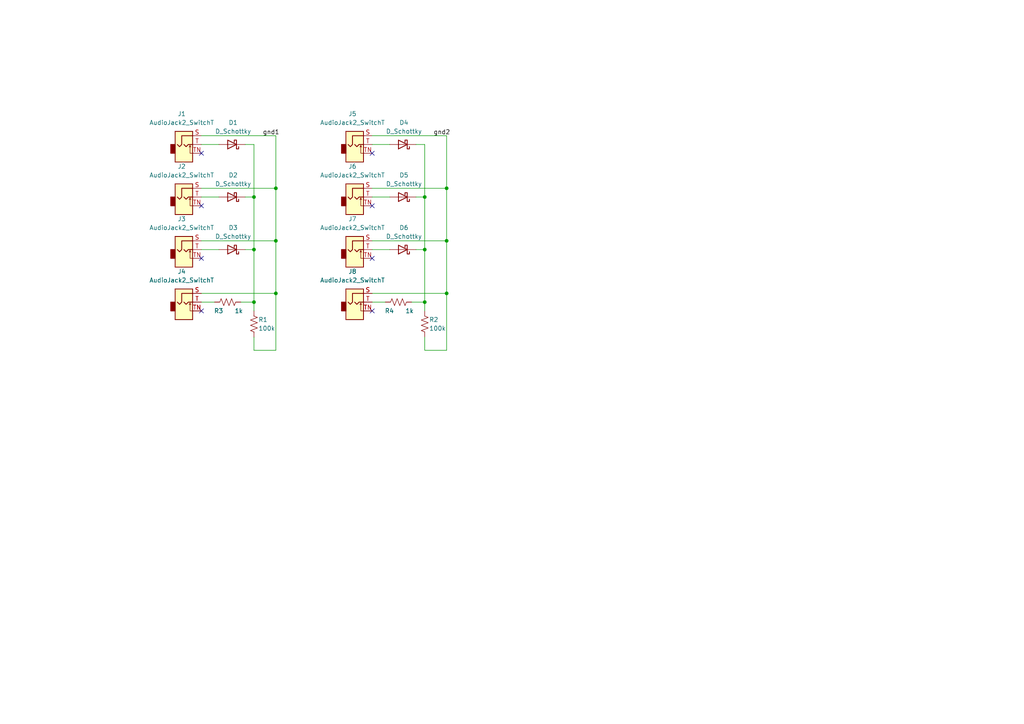
<source format=kicad_sch>
(kicad_sch (version 20211123) (generator eeschema)
  (paper "A4")
  (lib_symbols
    (symbol "Connector:AudioJack2_SwitchT"
      (property "Reference" "J" (at 0 8.89 0))
      (property "Value" "AudioJack2_SwitchT" (at 0 6.35 0))
      (symbol "AudioJack2_SwitchT_0_1"
        (rectangle (start -2.54 0) (end -3.81 -2.54) (stroke (width 0.254)) (fill (type outline)))
        (polyline (pts (xy 1.778 -0.254) (xy 2.032 -0.762)))
        (polyline (pts (xy 0 0) (xy 0.635 -0.635) (xy 1.27 0) (xy 2.54 0)) (stroke (width 0.254)))
        (polyline (pts (xy 2.54 -2.54) (xy 1.778 -2.54) (xy 1.778 -0.254) (xy 1.524 -0.762)))
        (polyline (pts (xy 2.54 2.54) (xy -0.635 2.54) (xy -0.635 0) (xy -1.27 -0.635) (xy -1.905 0)) (stroke (width 0.254)))
        (rectangle (start 2.54 3.81) (end -2.54 -5.08) (stroke (width 0.254)) (fill (type background)))
      )
      (symbol "AudioJack2_SwitchT_1_1"
        (pin passive line (at 5.08 2.54 180) (length 2.54) (name "~") (number "S"))
        (pin passive line (at 5.08 0 180) (length 2.54) (name "~") (number "T"))
        (pin passive line (at 5.08 -2.54 180) (length 2.54) (name "~") (number "TN"))
      )
    )
    (symbol "Device:D_Schottky" (pin_numbers hide) (pin_names (offset 1.016) hide)
      (property "Reference" "D" (at 0 2.54 0))
      (property "Value" "D_Schottky" (at 0 -2.54 0))
      (symbol "D_Schottky_0_1"
        (polyline (pts (xy 1.27 0) (xy -1.27 0)))
        (polyline (pts (xy 1.27 1.27) (xy 1.27 -1.27) (xy -1.27 0) (xy 1.27 1.27)) (stroke (width 0.254)))
        (polyline (pts (xy -1.905 0.635) (xy -1.905 1.27) (xy -1.27 1.27) (xy -1.27 -1.27) (xy -0.635 -1.27) (xy -0.635 -0.635)) (stroke (width 0.254)))
      )
      (symbol "D_Schottky_1_1"
        (pin passive line (at -3.81 0 0) (length 2.54) (name "K") (number "1"))
        (pin passive line (at 3.81 0 180) (length 2.54) (name "A") (number "2"))
      )
    )
    (symbol "Device:R_US" (pin_numbers hide) (pin_names (offset 0))
      (property "Reference" "R" (at 2.54 0 90))
      (property "Value" "R_US" (at -2.54 0 90))
      (symbol "R_US_0_1"
        (polyline (pts (xy 0 -2.286) (xy 0 -2.54)))
        (polyline (pts (xy 0 2.286) (xy 0 2.54)))
        (polyline (pts (xy 0 -0.762) (xy 1.016 -1.143) (xy 0 -1.524) (xy -1.016 -1.905) (xy 0 -2.286)))
        (polyline (pts (xy 0 0.762) (xy 1.016 0.381) (xy 0 0) (xy -1.016 -0.381) (xy 0 -0.762)))
        (polyline (pts (xy 0 2.286) (xy 1.016 1.905) (xy 0 1.524) (xy -1.016 1.143) (xy 0 0.762)))
      )
      (symbol "R_US_1_1"
        (pin passive line (at 0 3.81 270) (length 1.27) (name "~") (number "1"))
        (pin passive line (at 0 -3.81 90) (length 1.27) (name "~") (number "2"))
      )
    )
  )
  (junction (at 73.66 87.63))
  (junction (at 80.01 85.09))
  (junction (at 129.54 54.61))
  (junction (at 80.01 69.85))
  (junction (at 123.19 57.15))
  (junction (at 129.54 69.85))
  (junction (at 73.66 57.15))
  (junction (at 123.19 87.63))
  (junction (at 129.54 85.09))
  (junction (at 123.19 72.39))
  (junction (at 80.01 54.61))
  (junction (at 73.66 72.39))
  (no_connect (at 107.95 74.93))
  (no_connect (at 58.42 59.69))
  (no_connect (at 58.42 74.93))
  (no_connect (at 58.42 44.45))
  (no_connect (at 107.95 59.69))
  (no_connect (at 58.42 90.17))
  (no_connect (at 107.95 44.45))
  (no_connect (at 107.95 90.17))
  (wire (pts (xy 107.95 57.15) (xy 113.03 57.15)))
  (wire (pts (xy 58.42 41.91) (xy 63.5 41.91)))
  (wire (pts (xy 58.42 69.85) (xy 80.01 69.85)))
  (wire (pts (xy 73.66 87.63) (xy 73.66 90.17)))
  (wire (pts (xy 123.19 57.15) (xy 123.19 72.39)))
  (wire (pts (xy 107.95 87.63) (xy 111.76 87.63)))
  (wire (pts (xy 123.19 41.91) (xy 123.19 57.15)))
  (wire (pts (xy 58.42 72.39) (xy 63.5 72.39)))
  (wire (pts (xy 71.12 41.91) (xy 73.66 41.91)))
  (wire (pts (xy 58.42 54.61) (xy 80.01 54.61)))
  (wire (pts (xy 73.66 72.39) (xy 71.12 72.39)))
  (wire (pts (xy 129.54 39.37) (xy 129.54 54.61)))
  (wire (pts (xy 123.19 101.6) (xy 129.54 101.6)))
  (wire (pts (xy 58.42 39.37) (xy 80.01 39.37)))
  (wire (pts (xy 107.95 85.09) (xy 129.54 85.09)))
  (wire (pts (xy 73.66 57.15) (xy 73.66 72.39)))
  (wire (pts (xy 129.54 69.85) (xy 129.54 85.09)))
  (wire (pts (xy 73.66 72.39) (xy 73.66 87.63)))
  (wire (pts (xy 58.42 57.15) (xy 63.5 57.15)))
  (wire (pts (xy 123.19 72.39) (xy 120.65 72.39)))
  (wire (pts (xy 107.95 54.61) (xy 129.54 54.61)))
  (wire (pts (xy 80.01 54.61) (xy 80.01 69.85)))
  (wire (pts (xy 73.66 101.6) (xy 80.01 101.6)))
  (wire (pts (xy 129.54 54.61) (xy 129.54 69.85)))
  (wire (pts (xy 120.65 57.15) (xy 123.19 57.15)))
  (wire (pts (xy 80.01 69.85) (xy 80.01 85.09)))
  (wire (pts (xy 123.19 72.39) (xy 123.19 87.63)))
  (wire (pts (xy 107.95 41.91) (xy 113.03 41.91)))
  (wire (pts (xy 107.95 69.85) (xy 129.54 69.85)))
  (wire (pts (xy 123.19 87.63) (xy 123.19 90.17)))
  (wire (pts (xy 120.65 41.91) (xy 123.19 41.91)))
  (wire (pts (xy 71.12 57.15) (xy 73.66 57.15)))
  (wire (pts (xy 73.66 97.79) (xy 73.66 101.6)))
  (wire (pts (xy 80.01 85.09) (xy 80.01 101.6)))
  (wire (pts (xy 73.66 41.91) (xy 73.66 57.15)))
  (wire (pts (xy 58.42 85.09) (xy 80.01 85.09)))
  (wire (pts (xy 80.01 39.37) (xy 80.01 54.61)))
  (wire (pts (xy 107.95 39.37) (xy 129.54 39.37)))
  (wire (pts (xy 123.19 97.79) (xy 123.19 101.6)))
  (wire (pts (xy 58.42 87.63) (xy 62.23 87.63)))
  (wire (pts (xy 69.85 87.63) (xy 73.66 87.63)))
  (wire (pts (xy 119.38 87.63) (xy 123.19 87.63)))
  (wire (pts (xy 129.54 85.09) (xy 129.54 101.6)))
  (wire (pts (xy 107.95 72.39) (xy 113.03 72.39)))
  (label "gnd2" (at 125.73 39.37 0))
  (label "gnd1" (at 76.2 39.37 0))
  (symbol (lib_id "Device:D_Schottky") (at 116.84 57.15 180) (unit 1)
    (property "Reference" "D5" (at 117.1575 50.8 0))
    (property "Value" "D_Schottky" (at 117.1575 53.34 0))
    (property "Footprint" "Diode_SMD:D_SOD-123" (effects hide))
  )
  (symbol (lib_id "Connector:AudioJack2_SwitchT") (at 53.34 87.63 0) (unit 1)
    (property "Reference" "J4" (at 52.705 78.74 0))
    (property "Value" "AudioJack2_SwitchT" (at 52.705 81.28 0))
    (property "Footprint" "eurorack_footprints:audio_jack_pj-398sm" (effects hide))
  )
  (symbol (lib_id "Device:D_Schottky") (at 67.31 57.15 180) (unit 1)
    (property "Reference" "D2" (at 67.6275 50.8 0))
    (property "Value" "D_Schottky" (at 67.6275 53.34 0))
    (property "Footprint" "Diode_SMD:D_SOD-123" (effects hide))
  )
  (symbol (lib_id "Device:D_Schottky") (at 116.84 41.91 180) (unit 1)
    (property "Reference" "D4" (at 117.1575 35.56 0))
    (property "Value" "D_Schottky" (at 117.1575 38.1 0))
    (property "Footprint" "Diode_SMD:D_SOD-123" (effects hide))
  )
  (symbol (lib_id "Connector:AudioJack2_SwitchT") (at 53.34 41.91 0) (unit 1)
    (property "Reference" "J1" (at 52.705 33.02 0))
    (property "Value" "AudioJack2_SwitchT" (at 52.705 35.56 0))
    (property "Footprint" "eurorack_footprints:audio_jack_pj-398sm" (effects hide))
  )
  (symbol (lib_id "Connector:AudioJack2_SwitchT") (at 53.34 72.39 0) (unit 1)
    (property "Reference" "J3" (at 52.705 63.5 0))
    (property "Value" "AudioJack2_SwitchT" (at 52.705 66.04 0))
    (property "Footprint" "eurorack_footprints:audio_jack_pj-398sm" (effects hide))
  )
  (symbol (lib_id "Device:D_Schottky") (at 116.84 72.39 180) (unit 1)
    (property "Reference" "D6" (at 117.1575 66.04 0))
    (property "Value" "D_Schottky" (at 117.1575 68.58 0))
    (property "Footprint" "Diode_SMD:D_SOD-123" (effects hide))
  )
  (symbol (lib_id "Connector:AudioJack2_SwitchT") (at 53.34 57.15 0) (unit 1)
    (property "Reference" "J2" (at 52.705 48.26 0))
    (property "Value" "AudioJack2_SwitchT" (at 52.705 50.8 0))
    (property "Footprint" "eurorack_footprints:audio_jack_pj-398sm" (effects hide))
  )
  (symbol (lib_id "Device:R_US") (at 123.19 93.98 0) (unit 1)
    (property "Reference" "R2" (at 124.46 92.71 0) (effects (justify left)))
    (property "Value" "100k" (at 124.46 95.25 0) (effects (justify left)))
    (property "Footprint" "Resistor_SMD:R_0805_2012Metric_Pad1.20x1.40mm_HandSolder" (effects hide))
  )
  (symbol (lib_id "Device:D_Schottky") (at 67.31 72.39 180) (unit 1)
    (property "Reference" "D3" (at 67.6275 66.04 0))
    (property "Value" "D_Schottky" (at 67.6275 68.58 0))
    (property "Footprint" "Diode_SMD:D_SOD-123" (effects hide))
  )
  (symbol (lib_id "Connector:AudioJack2_SwitchT") (at 102.87 57.15 0) (unit 1)
    (property "Reference" "J6" (at 102.235 48.26 0))
    (property "Value" "AudioJack2_SwitchT" (at 102.235 50.8 0))
    (property "Footprint" "eurorack_footprints:audio_jack_pj-398sm" (effects hide))
  )
  (symbol (lib_id "Device:R_US") (at 73.66 93.98 0) (unit 1)
    (property "Reference" "R1" (at 74.93 92.71 0) (effects (justify left)))
    (property "Value" "100k" (at 74.93 95.25 0) (effects (justify left)))
    (property "Footprint" "Resistor_SMD:R_0805_2012Metric_Pad1.20x1.40mm_HandSolder" (effects hide))
  )
  (symbol (lib_id "Device:R_US") (at 66.04 87.63 90) (unit 1)
    (property "Reference" "R3" (at 64.77 90.17 90) (effects (justify left)))
    (property "Value" "1k" (at 70.485 90.17 90) (effects (justify left)))
    (property "Footprint" "Resistor_SMD:R_0805_2012Metric_Pad1.20x1.40mm_HandSolder" (effects hide))
  )
  (symbol (lib_id "Connector:AudioJack2_SwitchT") (at 102.87 41.91 0) (unit 1)
    (property "Reference" "J5" (at 102.235 33.02 0))
    (property "Value" "AudioJack2_SwitchT" (at 102.235 35.56 0))
    (property "Footprint" "eurorack_footprints:audio_jack_pj-398sm" (effects hide))
  )
  (symbol (lib_id "Device:D_Schottky") (at 67.31 41.91 180) (unit 1)
    (property "Reference" "D1" (at 67.6275 35.56 0))
    (property "Value" "D_Schottky" (at 67.6275 38.1 0))
    (property "Footprint" "Diode_SMD:D_SOD-123" (effects hide))
  )
  (symbol (lib_id "Device:R_US") (at 115.57 87.63 90) (unit 1)
    (property "Reference" "R4" (at 114.3 90.17 90) (effects (justify left)))
    (property "Value" "1k" (at 120.015 90.17 90) (effects (justify left)))
    (property "Footprint" "Resistor_SMD:R_0805_2012Metric_Pad1.20x1.40mm_HandSolder" (effects hide))
  )
  (symbol (lib_id "Connector:AudioJack2_SwitchT") (at 102.87 72.39 0) (unit 1)
    (property "Reference" "J7" (at 102.235 63.5 0))
    (property "Value" "AudioJack2_SwitchT" (at 102.235 66.04 0))
    (property "Footprint" "eurorack_footprints:audio_jack_pj-398sm" (effects hide))
  )
  (symbol (lib_id "Connector:AudioJack2_SwitchT") (at 102.87 87.63 0) (unit 1)
    (property "Reference" "J8" (at 102.235 78.74 0))
    (property "Value" "AudioJack2_SwitchT" (at 102.235 81.28 0))
    (property "Footprint" "eurorack_footprints:audio_jack_pj-398sm" (effects hide))
  )
)
</source>
